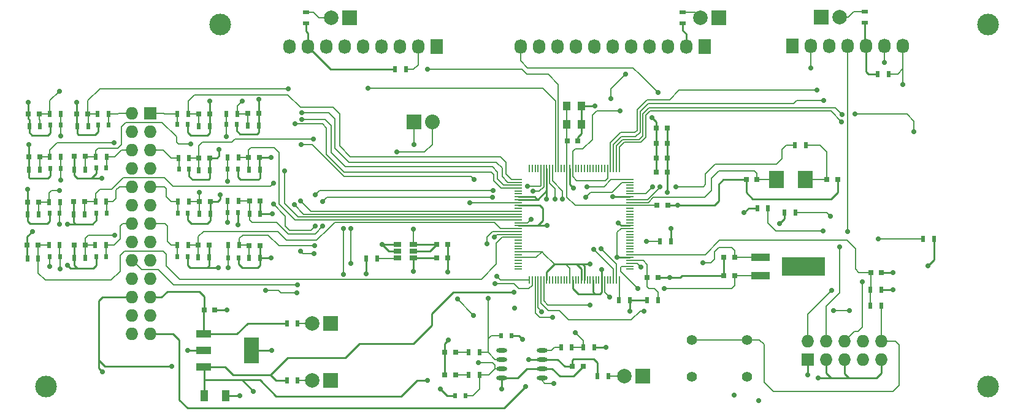
<source format=gtl>
G04 #@! TF.FileFunction,Copper,L1,Top,Signal*
%FSLAX46Y46*%
G04 Gerber Fmt 4.6, Leading zero omitted, Abs format (unit mm)*
G04 Created by KiCad (PCBNEW 4.0.2-stable) date 7/12/2016 4:32:09 PM*
%MOMM*%
G01*
G04 APERTURE LIST*
%ADD10C,0.100000*%
%ADD11R,0.800000X0.750000*%
%ADD12R,1.000000X1.600000*%
%ADD13R,1.000000X1.250000*%
%ADD14R,0.600000X0.700000*%
%ADD15R,2.000000X2.000000*%
%ADD16C,2.000000*%
%ADD17R,0.500000X0.900000*%
%ADD18R,0.900000X0.500000*%
%ADD19C,1.397000*%
%ADD20R,2.032000X3.657600*%
%ADD21R,2.032000X1.016000*%
%ADD22R,1.060000X0.650000*%
%ADD23O,1.473200X0.609600*%
%ADD24R,1.727200X2.032000*%
%ADD25O,1.727200X2.032000*%
%ADD26R,6.000000X2.500000*%
%ADD27R,2.500000X1.000000*%
%ADD28R,2.000000X2.400000*%
%ADD29C,3.000000*%
%ADD30R,1.000000X0.230000*%
%ADD31R,0.230000X1.000000*%
%ADD32R,1.727200X1.727200*%
%ADD33O,1.727200X1.727200*%
%ADD34R,2.032000X2.032000*%
%ADD35O,2.032000X2.032000*%
%ADD36C,0.700000*%
%ADD37C,0.203200*%
%ADD38C,0.254000*%
G04 APERTURE END LIST*
D10*
D11*
X88430000Y-105350000D03*
X86930000Y-105350000D03*
X104210000Y-93260000D03*
X105710000Y-93260000D03*
X88880000Y-93320000D03*
X87380000Y-93320000D03*
X111190000Y-105340000D03*
X112690000Y-105340000D03*
X110970000Y-93220000D03*
X112470000Y-93220000D03*
X82050000Y-105440000D03*
X80550000Y-105440000D03*
X82150000Y-93280000D03*
X80650000Y-93280000D03*
X104130000Y-111400000D03*
X105630000Y-111400000D03*
X104910000Y-120390000D03*
X106410000Y-120390000D03*
X178190000Y-115650000D03*
X176690000Y-115650000D03*
X166080000Y-115850000D03*
X167580000Y-115850000D03*
X178200000Y-113110000D03*
X176700000Y-113110000D03*
X167370000Y-101300000D03*
X168870000Y-101300000D03*
X155040000Y-96990000D03*
X156540000Y-96990000D03*
D12*
X104920000Y-132270000D03*
X107920000Y-132270000D03*
D11*
X181270000Y-102380000D03*
X179770000Y-102380000D03*
X167370000Y-95250000D03*
X168870000Y-95250000D03*
D13*
X155030000Y-94750000D03*
X157030000Y-94750000D03*
D11*
X104210000Y-99370000D03*
X105710000Y-99370000D03*
X167370000Y-97340000D03*
X168870000Y-97340000D03*
D13*
X155030000Y-92210000D03*
X157030000Y-92210000D03*
D11*
X190910000Y-102360000D03*
X192410000Y-102360000D03*
X167360000Y-99360000D03*
X168860000Y-99360000D03*
X88500000Y-111390000D03*
X87000000Y-111390000D03*
X88520000Y-99140000D03*
X87020000Y-99140000D03*
X137080000Y-111300000D03*
X138580000Y-111300000D03*
X137080000Y-113210000D03*
X138580000Y-113210000D03*
X111170000Y-111470000D03*
X112670000Y-111470000D03*
X111080000Y-99270000D03*
X112580000Y-99270000D03*
X82020000Y-111420000D03*
X80520000Y-111420000D03*
X139660000Y-126230000D03*
X138160000Y-126230000D03*
X155750000Y-128200000D03*
X157250000Y-128200000D03*
X82260000Y-99230000D03*
X80760000Y-99230000D03*
X139670000Y-129310000D03*
X138170000Y-129310000D03*
X104260000Y-105350000D03*
X105760000Y-105350000D03*
X196950000Y-115200000D03*
X198450000Y-115200000D03*
D14*
X90080000Y-106970000D03*
X91480000Y-106970000D03*
X102660000Y-94760000D03*
X101260000Y-94760000D03*
X90340000Y-94830000D03*
X91740000Y-94830000D03*
X109570000Y-106950000D03*
X108170000Y-106950000D03*
X109430000Y-94760000D03*
X108030000Y-94760000D03*
X83610000Y-107030000D03*
X85010000Y-107030000D03*
D15*
X122420000Y-122240000D03*
D16*
X119880000Y-122240000D03*
D14*
X83710000Y-94790000D03*
X85110000Y-94790000D03*
X102630000Y-112970000D03*
X101230000Y-112970000D03*
D15*
X122420000Y-130150000D03*
D16*
X119880000Y-130150000D03*
D14*
X102860000Y-100920000D03*
X101460000Y-100920000D03*
X90020000Y-112980000D03*
X91420000Y-112980000D03*
X90040000Y-100770000D03*
X91440000Y-100770000D03*
X109650000Y-113150000D03*
X108250000Y-113150000D03*
X109570000Y-100870000D03*
X108170000Y-100870000D03*
X83620000Y-113010000D03*
X85020000Y-113010000D03*
X83710000Y-100840000D03*
X85110000Y-100840000D03*
X102700000Y-106990000D03*
X101300000Y-106990000D03*
D15*
X190140000Y-79920000D03*
D16*
X192680000Y-79920000D03*
D15*
X125000000Y-80000000D03*
D16*
X122460000Y-80000000D03*
D15*
X176000000Y-80000000D03*
D16*
X173460000Y-80000000D03*
D17*
X88430000Y-107200000D03*
X86930000Y-107200000D03*
X104210000Y-95010000D03*
X105710000Y-95010000D03*
X91440000Y-105350000D03*
X89940000Y-105350000D03*
X101210000Y-93260000D03*
X102710000Y-93260000D03*
X88950000Y-94980000D03*
X87450000Y-94980000D03*
X111180000Y-107070000D03*
X112680000Y-107070000D03*
X91740000Y-93320000D03*
X90240000Y-93320000D03*
X108170000Y-105310000D03*
X109670000Y-105310000D03*
X110990000Y-94900000D03*
X112490000Y-94900000D03*
X82050000Y-107190000D03*
X80550000Y-107190000D03*
X108000000Y-93240000D03*
X109500000Y-93240000D03*
X85020000Y-105440000D03*
X83520000Y-105440000D03*
X82280000Y-95010000D03*
X80780000Y-95010000D03*
X116360000Y-122210000D03*
X117860000Y-122210000D03*
X85100000Y-93280000D03*
X83600000Y-93280000D03*
X104130000Y-113090000D03*
X105630000Y-113090000D03*
X101220000Y-111400000D03*
X102720000Y-111400000D03*
X162220000Y-118980000D03*
X163720000Y-118980000D03*
X167580000Y-118980000D03*
X166080000Y-118980000D03*
X116360000Y-130150000D03*
X117860000Y-130150000D03*
X104210000Y-101040000D03*
X105710000Y-101040000D03*
X187970000Y-97570000D03*
X186470000Y-97570000D03*
X101370000Y-99370000D03*
X102870000Y-99370000D03*
X127310000Y-113260000D03*
X128810000Y-113260000D03*
X88540000Y-113180000D03*
X87040000Y-113180000D03*
X91420000Y-111390000D03*
X89920000Y-111390000D03*
X88520000Y-100960000D03*
X87020000Y-100960000D03*
X91450000Y-99170000D03*
X89950000Y-99170000D03*
X111140000Y-113210000D03*
X112640000Y-113210000D03*
X108250000Y-111440000D03*
X109750000Y-111440000D03*
X157290000Y-125500000D03*
X158790000Y-125500000D03*
X154200000Y-125500000D03*
X155700000Y-125500000D03*
X111120000Y-101000000D03*
X112620000Y-101000000D03*
X108180000Y-99280000D03*
X109680000Y-99280000D03*
X82040000Y-113250000D03*
X80540000Y-113250000D03*
X85010000Y-111440000D03*
X83510000Y-111440000D03*
X142940000Y-126230000D03*
X141440000Y-126230000D03*
X142930000Y-129320000D03*
X141430000Y-129320000D03*
X82260000Y-101020000D03*
X80760000Y-101020000D03*
X85100000Y-99210000D03*
X83600000Y-99210000D03*
X197940000Y-87750000D03*
X199440000Y-87750000D03*
X104290000Y-107070000D03*
X105790000Y-107070000D03*
X101300000Y-105370000D03*
X102800000Y-105370000D03*
D18*
X196140000Y-79170000D03*
X196140000Y-80670000D03*
D17*
X132770000Y-87130000D03*
X131270000Y-87130000D03*
D18*
X119000000Y-79250000D03*
X119000000Y-80750000D03*
D17*
X196930000Y-119790000D03*
X198430000Y-119790000D03*
X198440000Y-117620000D03*
X196940000Y-117620000D03*
D18*
X171000000Y-80750000D03*
X171000000Y-79250000D03*
D19*
X179910000Y-124490000D03*
X179910000Y-129570000D03*
X172290000Y-124490000D03*
X172290000Y-129570000D03*
D20*
X111502000Y-125970000D03*
D21*
X104898000Y-125970000D03*
X104898000Y-128256000D03*
X104898000Y-123684000D03*
D22*
X131650000Y-111310000D03*
X131650000Y-112260000D03*
X131650000Y-113210000D03*
X133850000Y-113210000D03*
X133850000Y-111310000D03*
X133850000Y-112260000D03*
D23*
X151564000Y-129735000D03*
X151564000Y-128465000D03*
X151564000Y-127195000D03*
X151564000Y-125925000D03*
X145976000Y-125925000D03*
X145976000Y-127195000D03*
X145976000Y-128465000D03*
X145976000Y-129735000D03*
D24*
X186140000Y-83920000D03*
D25*
X188680000Y-83920000D03*
X191220000Y-83920000D03*
X193760000Y-83920000D03*
X196300000Y-83920000D03*
X198840000Y-83920000D03*
X201380000Y-83920000D03*
D24*
X137000000Y-84000000D03*
D25*
X134460000Y-84000000D03*
X131920000Y-84000000D03*
X129380000Y-84000000D03*
X126840000Y-84000000D03*
X124300000Y-84000000D03*
X121760000Y-84000000D03*
X119220000Y-84000000D03*
X116680000Y-84000000D03*
D24*
X174000000Y-84000000D03*
D25*
X171460000Y-84000000D03*
X168920000Y-84000000D03*
X166380000Y-84000000D03*
X163840000Y-84000000D03*
X161300000Y-84000000D03*
X158760000Y-84000000D03*
X156220000Y-84000000D03*
X153680000Y-84000000D03*
X151140000Y-84000000D03*
X148600000Y-84000000D03*
D26*
X187710000Y-114390000D03*
D27*
X181710000Y-113120000D03*
X181710000Y-115660000D03*
D28*
X183940000Y-102370000D03*
X187940000Y-102370000D03*
D29*
X107140000Y-80920000D03*
X83140000Y-130920000D03*
X213140000Y-130920000D03*
X213140000Y-80920000D03*
D30*
X148330000Y-102330000D03*
X148330000Y-102730000D03*
X148330000Y-103130000D03*
X148330000Y-103530000D03*
X148330000Y-103930000D03*
X148330000Y-104330000D03*
X148330000Y-104730000D03*
X148330000Y-105130000D03*
X148330000Y-105530000D03*
X148330000Y-105930000D03*
X148330000Y-106330000D03*
X148330000Y-106730000D03*
X148330000Y-107130000D03*
X148330000Y-107530000D03*
X148330000Y-107930000D03*
X148330000Y-108330000D03*
X148330000Y-108730000D03*
X148330000Y-109130000D03*
X148330000Y-109530000D03*
X148330000Y-109930000D03*
X148330000Y-110330000D03*
X148330000Y-110730000D03*
X148330000Y-111130000D03*
X148330000Y-111530000D03*
X148330000Y-111930000D03*
X148330000Y-112330000D03*
X148330000Y-112730000D03*
X148330000Y-113130000D03*
X148330000Y-113530000D03*
X148330000Y-113930000D03*
X148330000Y-114330000D03*
X148330000Y-114730000D03*
D31*
X149830000Y-116230000D03*
X150230000Y-116230000D03*
X150630000Y-116230000D03*
X151030000Y-116230000D03*
X151430000Y-116230000D03*
X151830000Y-116230000D03*
X152230000Y-116230000D03*
X152630000Y-116230000D03*
X153030000Y-116230000D03*
X153430000Y-116230000D03*
X153830000Y-116230000D03*
X154230000Y-116230000D03*
X154630000Y-116230000D03*
X155030000Y-116230000D03*
X155430000Y-116230000D03*
X155830000Y-116230000D03*
X156230000Y-116230000D03*
X156630000Y-116230000D03*
X157030000Y-116230000D03*
X157430000Y-116230000D03*
X157830000Y-116230000D03*
X158230000Y-116230000D03*
X158630000Y-116230000D03*
X159030000Y-116230000D03*
X159430000Y-116230000D03*
X159830000Y-116230000D03*
X160230000Y-116230000D03*
X160630000Y-116230000D03*
X161030000Y-116230000D03*
X161430000Y-116230000D03*
X161830000Y-116230000D03*
X162230000Y-116230000D03*
D30*
X163730000Y-114730000D03*
X163730000Y-114330000D03*
X163730000Y-113930000D03*
X163730000Y-113530000D03*
X163730000Y-113130000D03*
X163730000Y-112730000D03*
X163730000Y-112330000D03*
X163730000Y-111930000D03*
X163730000Y-111530000D03*
X163730000Y-111130000D03*
X163730000Y-110730000D03*
X163730000Y-110330000D03*
X163730000Y-109930000D03*
X163730000Y-109530000D03*
X163730000Y-109130000D03*
X163730000Y-108730000D03*
X163730000Y-108330000D03*
X163730000Y-107930000D03*
X163730000Y-107530000D03*
X163730000Y-107130000D03*
X163730000Y-106730000D03*
X163730000Y-106330000D03*
X163730000Y-105930000D03*
X163730000Y-105530000D03*
X163730000Y-105130000D03*
X163730000Y-104730000D03*
X163730000Y-104330000D03*
X163730000Y-103930000D03*
X163730000Y-103530000D03*
X163730000Y-103130000D03*
X163730000Y-102730000D03*
X163730000Y-102330000D03*
D31*
X162230000Y-100830000D03*
X161830000Y-100830000D03*
X161430000Y-100830000D03*
X161030000Y-100830000D03*
X160630000Y-100830000D03*
X160230000Y-100830000D03*
X159830000Y-100830000D03*
X159430000Y-100830000D03*
X159030000Y-100830000D03*
X158630000Y-100830000D03*
X158230000Y-100830000D03*
X157830000Y-100830000D03*
X157430000Y-100830000D03*
X157030000Y-100830000D03*
X156630000Y-100830000D03*
X156230000Y-100830000D03*
X155830000Y-100830000D03*
X155430000Y-100830000D03*
X155030000Y-100830000D03*
X154630000Y-100830000D03*
X154230000Y-100830000D03*
X153830000Y-100830000D03*
X153430000Y-100830000D03*
X153030000Y-100830000D03*
X152630000Y-100830000D03*
X152230000Y-100830000D03*
X151830000Y-100830000D03*
X151430000Y-100830000D03*
X151030000Y-100830000D03*
X150630000Y-100830000D03*
X150230000Y-100830000D03*
X149830000Y-100830000D03*
D11*
X167440000Y-105930000D03*
X168940000Y-105930000D03*
D32*
X97536000Y-93218000D03*
D33*
X94996000Y-93218000D03*
X97536000Y-95758000D03*
X94996000Y-95758000D03*
X97536000Y-98298000D03*
X94996000Y-98298000D03*
X97536000Y-100838000D03*
X94996000Y-100838000D03*
X97536000Y-103378000D03*
X94996000Y-103378000D03*
X97536000Y-105918000D03*
X94996000Y-105918000D03*
X97536000Y-108458000D03*
X94996000Y-108458000D03*
X97536000Y-110998000D03*
X94996000Y-110998000D03*
X97536000Y-113538000D03*
X94996000Y-113538000D03*
X97536000Y-116078000D03*
X94996000Y-116078000D03*
X97536000Y-118618000D03*
X94996000Y-118618000D03*
X97536000Y-121158000D03*
X94996000Y-121158000D03*
X97536000Y-123698000D03*
X94996000Y-123698000D03*
D14*
X139580000Y-132210000D03*
X140980000Y-132210000D03*
X147370000Y-123890000D03*
X145970000Y-123890000D03*
D15*
X165500000Y-129500000D03*
D16*
X162960000Y-129500000D03*
D17*
X159250000Y-129500000D03*
X160750000Y-129500000D03*
D32*
X188270000Y-127260000D03*
D33*
X188270000Y-124720000D03*
X190810000Y-127260000D03*
X190810000Y-124720000D03*
X193350000Y-127260000D03*
X193350000Y-124720000D03*
X195890000Y-127260000D03*
X195890000Y-124720000D03*
X198430000Y-127260000D03*
X198430000Y-124720000D03*
D17*
X167850000Y-110870000D03*
X169350000Y-110870000D03*
D34*
X133880000Y-94410000D03*
D35*
X136420000Y-94410000D03*
D17*
X181300000Y-106310000D03*
X182800000Y-106310000D03*
X185030000Y-106940000D03*
X186530000Y-106940000D03*
X205690000Y-110570000D03*
X204190000Y-110570000D03*
D36*
X118260000Y-105340000D03*
X114500000Y-102840000D03*
X169350000Y-109140000D03*
X189730000Y-129760000D03*
X90910000Y-128930000D03*
X181480000Y-132930000D03*
X148910000Y-124430000D03*
X137530000Y-131290000D03*
X100480000Y-128160000D03*
X102630000Y-125970000D03*
X147750000Y-120160000D03*
X86110000Y-108490000D03*
X86050000Y-114160000D03*
X145980000Y-131330000D03*
X83620000Y-114340000D03*
X109570000Y-108630000D03*
X152260000Y-108730000D03*
X129490000Y-111310000D03*
X138580000Y-115090000D03*
X200060000Y-115200000D03*
X170340000Y-105930000D03*
X169240000Y-115850000D03*
X81230000Y-109520000D03*
X80550000Y-103680000D03*
X80760000Y-97520000D03*
X90810000Y-102170000D03*
X80650000Y-91680000D03*
X87380000Y-91680000D03*
X114200000Y-113210000D03*
X106920000Y-114520000D03*
X114370000Y-107070000D03*
X107110000Y-104440000D03*
X106990000Y-98210000D03*
X114210000Y-99270000D03*
X112470000Y-91280000D03*
X105710000Y-91530000D03*
X160380000Y-125500000D03*
X138620000Y-124560000D03*
X114240000Y-125970000D03*
X108050000Y-120390000D03*
X109890000Y-132270000D03*
X162120000Y-108330000D03*
X168870000Y-104120000D03*
X155940000Y-103510000D03*
X158890000Y-92210000D03*
X159830000Y-114760000D03*
X118400000Y-93120000D03*
X116540000Y-89790000D03*
X150330000Y-103970000D03*
X144770000Y-104810000D03*
X121330000Y-108810000D03*
X121330000Y-105370000D03*
X118430000Y-94050000D03*
X110180000Y-91520000D03*
X144790000Y-103880000D03*
X149600000Y-103300000D03*
X85000000Y-103840000D03*
X114480000Y-105750000D03*
X120240000Y-108780000D03*
X120250000Y-104470000D03*
X84940000Y-90120000D03*
X117450000Y-94660000D03*
X149750000Y-127200000D03*
X149280000Y-130980000D03*
X164810000Y-117390000D03*
X168410000Y-117390000D03*
X165200000Y-114410000D03*
X173760000Y-113870000D03*
X179470000Y-106940000D03*
X184340000Y-108460000D03*
X204830000Y-114280000D03*
X188270000Y-129360000D03*
X135730000Y-130120000D03*
X178100000Y-132120000D03*
X111760000Y-131600000D03*
X147710000Y-117960000D03*
X133850000Y-115010000D03*
X150040000Y-107820000D03*
X127310000Y-115410000D03*
X166790000Y-93770000D03*
X162380000Y-92830000D03*
X200010000Y-117620000D03*
X163720000Y-120510000D03*
X161320000Y-104730000D03*
X161970000Y-113130000D03*
X158210000Y-114040000D03*
X152230000Y-105040000D03*
X153390000Y-105050000D03*
X119980000Y-96740000D03*
X143960000Y-111240000D03*
X120140000Y-112550000D03*
X118280000Y-112270000D03*
X92560000Y-110030000D03*
X103120000Y-97430000D03*
X118350000Y-97480000D03*
X142240000Y-102310000D03*
X154400000Y-105060000D03*
X133850000Y-109240000D03*
X141640000Y-105540000D03*
X120170000Y-111500000D03*
X144960000Y-110340000D03*
X92480000Y-97300000D03*
X116050000Y-101160000D03*
X104240000Y-104090000D03*
X117380000Y-105840000D03*
X108170000Y-108300000D03*
X108030000Y-96430000D03*
X85010000Y-108500000D03*
X85110000Y-96350000D03*
X108250000Y-114570000D03*
X108170000Y-102580000D03*
X85020000Y-114670000D03*
X85110000Y-102410000D03*
X170020000Y-103340000D03*
X167850000Y-103340000D03*
X117800000Y-116870000D03*
X144110000Y-118790000D03*
X113450000Y-117670000D03*
X117730000Y-118000000D03*
X142830000Y-127650000D03*
X139900000Y-118880000D03*
X142160000Y-121140000D03*
X201380000Y-89200000D03*
X151550000Y-120590000D03*
X193760000Y-109580000D03*
X153030000Y-121390000D03*
X165680000Y-120510000D03*
X191820000Y-120480000D03*
X193990000Y-120480000D03*
X198840000Y-86130000D03*
X158190000Y-119680000D03*
X188680000Y-86920000D03*
X158740000Y-111980000D03*
X161070000Y-91140000D03*
X163090000Y-87760000D03*
X159740000Y-111940000D03*
X166830000Y-103380000D03*
X167620000Y-90340000D03*
X197990000Y-110570000D03*
X192960000Y-94370000D03*
X195800000Y-116460000D03*
X202900000Y-95720000D03*
X194810000Y-93310000D03*
X192980000Y-93330000D03*
X190400000Y-109420000D03*
X191600000Y-117650000D03*
X190480000Y-91440000D03*
X191410000Y-107450000D03*
X189500000Y-90020000D03*
X192700000Y-111620000D03*
X135780000Y-87110000D03*
X127550000Y-89720000D03*
X166010000Y-110860000D03*
X160900000Y-118630000D03*
X145350000Y-115760000D03*
X133870000Y-97480000D03*
X125150000Y-109130000D03*
X125150000Y-113980000D03*
X145090000Y-116770000D03*
X131520000Y-98560000D03*
X124160000Y-109140000D03*
X124160000Y-115480000D03*
X157610000Y-104780000D03*
X156180000Y-123540000D03*
X157770000Y-103330000D03*
X153230000Y-130530000D03*
D37*
X89940000Y-105350000D02*
X89940000Y-104270000D01*
X146240000Y-106730000D02*
X148330000Y-106730000D01*
X119650000Y-106730000D02*
X146240000Y-106730000D01*
X118260000Y-105340000D02*
X119650000Y-106730000D01*
X114100000Y-103240000D02*
X114500000Y-102840000D01*
X100640000Y-103240000D02*
X114100000Y-103240000D01*
X99460000Y-102060000D02*
X100640000Y-103240000D01*
X93750000Y-102060000D02*
X99460000Y-102060000D01*
X92150000Y-103660000D02*
X93750000Y-102060000D01*
X90550000Y-103660000D02*
X92150000Y-103660000D01*
X89940000Y-104270000D02*
X90550000Y-103660000D01*
X88430000Y-107200000D02*
X88430000Y-105350000D01*
X89940000Y-105350000D02*
X88430000Y-105350000D01*
D38*
X169350000Y-110870000D02*
X169350000Y-109140000D01*
X191510000Y-129760000D02*
X189730000Y-129760000D01*
X193350000Y-127260000D02*
X193350000Y-129180000D01*
X193350000Y-129180000D02*
X193930000Y-129760000D01*
X190810000Y-127260000D02*
X190810000Y-129060000D01*
X198430000Y-129100000D02*
X198430000Y-127260000D01*
X197770000Y-129760000D02*
X198430000Y-129100000D01*
X191510000Y-129760000D02*
X193930000Y-129760000D01*
X193930000Y-129760000D02*
X197770000Y-129760000D01*
X190810000Y-129060000D02*
X191510000Y-129760000D01*
X90370000Y-127330000D02*
X90370000Y-128390000D01*
X90370000Y-128390000D02*
X90910000Y-128930000D01*
X147370000Y-123890000D02*
X148370000Y-123890000D01*
X148370000Y-123890000D02*
X148910000Y-124430000D01*
X139580000Y-132210000D02*
X138450000Y-132210000D01*
X138450000Y-132210000D02*
X137530000Y-131290000D01*
X90370000Y-119180000D02*
X90370000Y-127330000D01*
X90370000Y-127330000D02*
X91200000Y-128160000D01*
X91200000Y-128160000D02*
X100480000Y-128160000D01*
X104898000Y-125970000D02*
X102630000Y-125970000D01*
X90892000Y-118618000D02*
X94996000Y-118618000D01*
X90370000Y-119140000D02*
X90892000Y-118618000D01*
X87200000Y-108490000D02*
X86110000Y-108490000D01*
X90080000Y-106970000D02*
X90080000Y-107970000D01*
X86930000Y-108220000D02*
X86930000Y-107200000D01*
X87200000Y-108490000D02*
X86930000Y-108220000D01*
X89560000Y-108490000D02*
X87200000Y-108490000D01*
X90080000Y-107970000D02*
X89560000Y-108490000D01*
X87440000Y-114600000D02*
X86490000Y-114600000D01*
X86490000Y-114600000D02*
X86050000Y-114160000D01*
X145976000Y-129735000D02*
X145976000Y-131326000D01*
X145976000Y-131326000D02*
X145980000Y-131330000D01*
D37*
X83620000Y-113010000D02*
X83620000Y-114340000D01*
D38*
X109570000Y-108630000D02*
X109570000Y-107830000D01*
X109570000Y-107830000D02*
X109570000Y-106950000D01*
X150970000Y-108730000D02*
X152260000Y-108730000D01*
X149540000Y-108730000D02*
X150970000Y-108730000D01*
X148330000Y-108730000D02*
X149540000Y-108730000D01*
X149560000Y-105930000D02*
X148330000Y-105930000D01*
X151260000Y-105930000D02*
X149560000Y-105930000D01*
X151650000Y-106320000D02*
X151260000Y-105930000D01*
X151650000Y-108050000D02*
X151650000Y-106320000D01*
X150970000Y-108730000D02*
X151650000Y-108050000D01*
X131650000Y-112260000D02*
X130440000Y-112260000D01*
X129490000Y-111310000D02*
X131650000Y-111310000D01*
X130440000Y-112260000D02*
X129490000Y-111310000D01*
X138580000Y-113210000D02*
X138580000Y-115090000D01*
X138580000Y-111300000D02*
X138580000Y-113210000D01*
X198450000Y-115200000D02*
X200060000Y-115200000D01*
X179770000Y-102380000D02*
X179770000Y-104120000D01*
X192410000Y-104120000D02*
X192410000Y-102360000D01*
X191520000Y-105010000D02*
X192410000Y-104120000D01*
X180660000Y-105010000D02*
X191520000Y-105010000D01*
X179770000Y-104120000D02*
X180660000Y-105010000D01*
X179770000Y-102380000D02*
X176590000Y-102380000D01*
X170340000Y-105930000D02*
X168940000Y-105930000D01*
X175360000Y-105930000D02*
X170340000Y-105930000D01*
X175950000Y-105340000D02*
X175360000Y-105930000D01*
X175950000Y-103020000D02*
X175950000Y-105340000D01*
X176590000Y-102380000D02*
X175950000Y-103020000D01*
X176690000Y-115650000D02*
X170870000Y-115650000D01*
X169240000Y-115850000D02*
X167580000Y-115850000D01*
X170670000Y-115850000D02*
X169240000Y-115850000D01*
X170870000Y-115650000D02*
X170670000Y-115850000D01*
X176690000Y-115650000D02*
X176690000Y-113120000D01*
X176690000Y-113120000D02*
X176700000Y-113110000D01*
X80520000Y-111420000D02*
X80520000Y-110230000D01*
X80520000Y-110230000D02*
X81230000Y-109520000D01*
X80520000Y-111420000D02*
X80520000Y-113230000D01*
X80520000Y-113230000D02*
X80540000Y-113250000D01*
X87000000Y-111390000D02*
X87000000Y-113140000D01*
X87000000Y-113140000D02*
X87040000Y-113180000D01*
X87040000Y-113180000D02*
X87040000Y-114200000D01*
X90020000Y-114210000D02*
X90020000Y-112980000D01*
X89630000Y-114600000D02*
X90020000Y-114210000D01*
X87440000Y-114600000D02*
X89630000Y-114600000D01*
X87040000Y-114200000D02*
X87440000Y-114600000D01*
X80550000Y-105440000D02*
X80550000Y-103680000D01*
X80550000Y-105440000D02*
X80550000Y-107190000D01*
X83610000Y-107030000D02*
X83610000Y-108080000D01*
X80550000Y-108100000D02*
X80550000Y-107190000D01*
X80900000Y-108450000D02*
X80550000Y-108100000D01*
X83240000Y-108450000D02*
X80900000Y-108450000D01*
X83610000Y-108080000D02*
X83240000Y-108450000D01*
X86930000Y-105350000D02*
X86930000Y-107200000D01*
X80760000Y-99230000D02*
X80760000Y-97520000D01*
X80760000Y-99230000D02*
X80760000Y-101020000D01*
X83710000Y-100840000D02*
X83710000Y-101850000D01*
X80760000Y-102050000D02*
X80760000Y-101020000D01*
X80920000Y-102210000D02*
X80760000Y-102050000D01*
X83350000Y-102210000D02*
X80920000Y-102210000D01*
X83710000Y-101850000D02*
X83350000Y-102210000D01*
X89390000Y-102170000D02*
X90810000Y-102170000D01*
X87020000Y-99140000D02*
X87020000Y-100960000D01*
X90040000Y-100770000D02*
X90040000Y-101520000D01*
X87020000Y-101780000D02*
X87020000Y-100960000D01*
X87410000Y-102170000D02*
X87020000Y-101780000D01*
X89390000Y-102170000D02*
X87410000Y-102170000D01*
X90040000Y-101520000D02*
X89390000Y-102170000D01*
X80650000Y-93280000D02*
X80650000Y-91680000D01*
X87380000Y-93320000D02*
X87380000Y-91680000D01*
X87380000Y-93320000D02*
X87380000Y-94910000D01*
X87380000Y-94910000D02*
X87450000Y-94980000D01*
X90340000Y-94830000D02*
X90340000Y-95720000D01*
X87450000Y-95980000D02*
X87450000Y-94980000D01*
X87610000Y-96140000D02*
X87450000Y-95980000D01*
X89920000Y-96140000D02*
X87610000Y-96140000D01*
X90340000Y-95720000D02*
X89920000Y-96140000D01*
X112640000Y-113210000D02*
X114200000Y-113210000D01*
X109650000Y-113150000D02*
X109650000Y-114030000D01*
X112640000Y-114190000D02*
X112640000Y-113210000D01*
X112290000Y-114540000D02*
X112640000Y-114190000D01*
X110160000Y-114540000D02*
X112290000Y-114540000D01*
X109650000Y-114030000D02*
X110160000Y-114540000D01*
X112670000Y-111470000D02*
X112670000Y-113180000D01*
X112670000Y-113180000D02*
X112640000Y-113210000D01*
X105400000Y-114520000D02*
X106920000Y-114520000D01*
X102630000Y-112970000D02*
X102630000Y-114180000D01*
X105630000Y-114290000D02*
X105630000Y-113090000D01*
X105400000Y-114520000D02*
X105630000Y-114290000D01*
X102970000Y-114520000D02*
X105400000Y-114520000D01*
X102630000Y-114180000D02*
X102970000Y-114520000D01*
X105630000Y-111400000D02*
X105630000Y-113090000D01*
X112680000Y-107070000D02*
X114370000Y-107070000D01*
X112690000Y-105340000D02*
X112690000Y-107060000D01*
X112690000Y-107060000D02*
X112680000Y-107070000D01*
X105760000Y-105350000D02*
X106800000Y-105350000D01*
X107110000Y-105040000D02*
X107110000Y-104440000D01*
X106800000Y-105350000D02*
X107110000Y-105040000D01*
X102700000Y-106990000D02*
X102700000Y-107970000D01*
X105790000Y-108050000D02*
X105790000Y-107070000D01*
X105380000Y-108460000D02*
X105790000Y-108050000D01*
X103190000Y-108460000D02*
X105380000Y-108460000D01*
X102700000Y-107970000D02*
X103190000Y-108460000D01*
X105760000Y-105350000D02*
X105760000Y-107040000D01*
X105760000Y-107040000D02*
X105790000Y-107070000D01*
X105710000Y-99370000D02*
X106690000Y-99370000D01*
X106990000Y-99070000D02*
X106990000Y-98210000D01*
X106690000Y-99370000D02*
X106990000Y-99070000D01*
X112580000Y-99270000D02*
X114210000Y-99270000D01*
X109570000Y-100870000D02*
X109570000Y-102000000D01*
X112620000Y-102150000D02*
X112620000Y-101000000D01*
X112430000Y-102340000D02*
X112620000Y-102150000D01*
X109910000Y-102340000D02*
X112430000Y-102340000D01*
X109570000Y-102000000D02*
X109910000Y-102340000D01*
X112580000Y-99270000D02*
X112580000Y-100960000D01*
X112580000Y-100960000D02*
X112620000Y-101000000D01*
X112470000Y-93220000D02*
X112470000Y-91280000D01*
X105710000Y-93260000D02*
X105710000Y-91530000D01*
X105710000Y-99370000D02*
X105710000Y-101040000D01*
X102860000Y-100920000D02*
X102860000Y-101930000D01*
X105710000Y-102170000D02*
X105710000Y-101040000D01*
X105510000Y-102370000D02*
X105710000Y-102170000D01*
X103300000Y-102370000D02*
X105510000Y-102370000D01*
X102860000Y-101930000D02*
X103300000Y-102370000D01*
X109430000Y-94760000D02*
X109430000Y-95610000D01*
X112490000Y-95800000D02*
X112490000Y-94900000D01*
X112210000Y-96080000D02*
X112490000Y-95800000D01*
X109900000Y-96080000D02*
X112210000Y-96080000D01*
X109430000Y-95610000D02*
X109900000Y-96080000D01*
X112470000Y-93220000D02*
X112470000Y-94880000D01*
X112470000Y-94880000D02*
X112490000Y-94900000D01*
X102660000Y-94760000D02*
X102660000Y-95820000D01*
X105710000Y-95940000D02*
X105710000Y-95010000D01*
X105410000Y-96240000D02*
X105710000Y-95940000D01*
X103080000Y-96240000D02*
X105410000Y-96240000D01*
X102660000Y-95820000D02*
X103080000Y-96240000D01*
X105710000Y-93260000D02*
X105710000Y-94000000D01*
X105710000Y-94000000D02*
X105710000Y-95010000D01*
X80780000Y-95010000D02*
X80780000Y-95860000D01*
X83710000Y-95900000D02*
X83710000Y-94790000D01*
X83400000Y-96210000D02*
X83710000Y-95900000D01*
X81130000Y-96210000D02*
X83400000Y-96210000D01*
X80780000Y-95860000D02*
X81130000Y-96210000D01*
X80650000Y-93280000D02*
X80650000Y-93950000D01*
X80780000Y-94080000D02*
X80780000Y-95010000D01*
X80650000Y-93950000D02*
X80780000Y-94080000D01*
X158790000Y-125500000D02*
X160380000Y-125500000D01*
X138160000Y-126230000D02*
X138160000Y-125020000D01*
X138160000Y-125020000D02*
X138620000Y-124560000D01*
X138160000Y-126230000D02*
X138160000Y-129300000D01*
X138160000Y-129300000D02*
X138170000Y-129310000D01*
X145976000Y-129735000D02*
X148245000Y-129735000D01*
X149515000Y-128465000D02*
X151564000Y-128465000D01*
X148245000Y-129735000D02*
X149515000Y-128465000D01*
X151564000Y-128465000D02*
X152995000Y-128465000D01*
X155910000Y-129540000D02*
X157250000Y-128200000D01*
X154070000Y-129540000D02*
X155910000Y-129540000D01*
X152995000Y-128465000D02*
X154070000Y-129540000D01*
X111502000Y-125970000D02*
X114240000Y-125970000D01*
X106410000Y-120390000D02*
X108050000Y-120390000D01*
X107920000Y-132270000D02*
X109890000Y-132270000D01*
X168870000Y-101300000D02*
X168870000Y-104120000D01*
X162520000Y-108730000D02*
X162120000Y-108330000D01*
X162520000Y-108730000D02*
X163730000Y-108730000D01*
X168870000Y-97340000D02*
X168870000Y-99350000D01*
X168870000Y-99350000D02*
X168860000Y-99360000D01*
X155430000Y-100830000D02*
X155430000Y-103000000D01*
X155430000Y-103000000D02*
X155940000Y-103510000D01*
X157030000Y-92210000D02*
X158890000Y-92210000D01*
X156540000Y-96990000D02*
X156540000Y-96510000D01*
X157030000Y-96020000D02*
X157030000Y-94750000D01*
X156540000Y-96510000D02*
X157030000Y-96020000D01*
X157030000Y-92210000D02*
X157030000Y-94750000D01*
X168860000Y-99360000D02*
X168860000Y-101290000D01*
X168860000Y-101290000D02*
X168870000Y-101300000D01*
X168870000Y-95250000D02*
X168870000Y-97340000D01*
X168870000Y-97340000D02*
X168860000Y-97350000D01*
X168860000Y-101290000D02*
X168870000Y-101300000D01*
X159830000Y-116230000D02*
X159830000Y-114760000D01*
X158630000Y-116230000D02*
X158630000Y-117880000D01*
X158630000Y-117880000D02*
X158960000Y-118210000D01*
X155830000Y-116230000D02*
X155830000Y-117430000D01*
X159830000Y-117960000D02*
X159830000Y-116230000D01*
X159580000Y-118210000D02*
X159830000Y-117960000D01*
X156610000Y-118210000D02*
X158960000Y-118210000D01*
X158960000Y-118210000D02*
X159580000Y-118210000D01*
X155830000Y-117430000D02*
X156610000Y-118210000D01*
D37*
X102710000Y-93260000D02*
X102710000Y-91530000D01*
X147360000Y-102330000D02*
X148330000Y-102330000D01*
X146570000Y-101540000D02*
X147360000Y-102330000D01*
X146570000Y-99970000D02*
X146570000Y-101540000D01*
X145810000Y-99210000D02*
X146570000Y-99970000D01*
X125140000Y-99210000D02*
X145810000Y-99210000D01*
X123650000Y-97720000D02*
X125140000Y-99210000D01*
X123650000Y-93280000D02*
X123650000Y-97720000D01*
X122710000Y-92340000D02*
X123650000Y-93280000D01*
X118210000Y-92340000D02*
X122710000Y-92340000D01*
X116500000Y-90630000D02*
X118210000Y-92340000D01*
X103610000Y-90630000D02*
X116500000Y-90630000D01*
X102710000Y-91530000D02*
X103610000Y-90630000D01*
X104210000Y-95010000D02*
X104210000Y-93260000D01*
X102710000Y-93260000D02*
X104210000Y-93260000D01*
X88880000Y-93320000D02*
X88880000Y-91450000D01*
X146870000Y-102730000D02*
X148330000Y-102730000D01*
X146070000Y-101930000D02*
X146870000Y-102730000D01*
X146070000Y-100750000D02*
X146070000Y-101930000D01*
X145260000Y-99940000D02*
X146070000Y-100750000D01*
X124890000Y-99940000D02*
X145260000Y-99940000D01*
X122990000Y-98040000D02*
X124890000Y-99940000D01*
X122990000Y-93960000D02*
X122990000Y-98040000D01*
X122150000Y-93120000D02*
X122990000Y-93960000D01*
X118400000Y-93120000D02*
X122150000Y-93120000D01*
X90540000Y-89790000D02*
X116540000Y-89790000D01*
X88880000Y-91450000D02*
X90540000Y-89790000D01*
X88950000Y-94980000D02*
X88950000Y-93390000D01*
X88950000Y-93390000D02*
X88880000Y-93320000D01*
X90240000Y-93320000D02*
X88880000Y-93320000D01*
X144770000Y-104810000D02*
X121890000Y-104810000D01*
X151830000Y-103360000D02*
X151220000Y-103970000D01*
X151220000Y-103970000D02*
X150330000Y-103970000D01*
X151830000Y-100830000D02*
X151830000Y-103360000D01*
X111180000Y-107920000D02*
X111180000Y-107070000D01*
X111560000Y-108300000D02*
X111180000Y-107920000D01*
X114950000Y-108300000D02*
X111560000Y-108300000D01*
X116540000Y-109890000D02*
X114950000Y-108300000D01*
X120250000Y-109890000D02*
X116540000Y-109890000D01*
X121330000Y-108810000D02*
X120250000Y-109890000D01*
X121890000Y-104810000D02*
X121330000Y-105370000D01*
X111180000Y-107070000D02*
X111180000Y-105350000D01*
X111180000Y-105350000D02*
X111190000Y-105340000D01*
X111190000Y-105340000D02*
X109700000Y-105340000D01*
X109700000Y-105340000D02*
X109670000Y-105310000D01*
X109500000Y-93240000D02*
X109500000Y-92200000D01*
X146270000Y-103130000D02*
X148330000Y-103130000D01*
X145430000Y-102290000D02*
X146270000Y-103130000D01*
X145430000Y-101290000D02*
X145430000Y-102290000D01*
X144720000Y-100580000D02*
X145430000Y-101290000D01*
X124440000Y-100580000D02*
X144720000Y-100580000D01*
X122470000Y-98610000D02*
X124440000Y-100580000D01*
X122470000Y-94860000D02*
X122470000Y-98610000D01*
X121660000Y-94050000D02*
X122470000Y-94860000D01*
X118430000Y-94050000D02*
X121660000Y-94050000D01*
X109500000Y-92200000D02*
X110180000Y-91520000D01*
X110990000Y-94900000D02*
X110990000Y-93240000D01*
X110990000Y-93240000D02*
X110970000Y-93220000D01*
X109500000Y-93240000D02*
X110950000Y-93240000D01*
X110950000Y-93240000D02*
X110970000Y-93220000D01*
X144790000Y-103880000D02*
X120840000Y-103880000D01*
X151430000Y-100830000D02*
X151430000Y-103200000D01*
X151330000Y-103300000D02*
X149600000Y-103300000D01*
X151430000Y-103200000D02*
X151330000Y-103300000D01*
X83520000Y-104200000D02*
X83520000Y-105440000D01*
X83880000Y-103840000D02*
X83520000Y-104200000D01*
X85000000Y-103840000D02*
X83880000Y-103840000D01*
X116130000Y-107400000D02*
X114480000Y-105750000D01*
X116130000Y-108790000D02*
X116130000Y-107400000D01*
X116700000Y-109360000D02*
X116130000Y-108790000D01*
X119660000Y-109360000D02*
X116700000Y-109360000D01*
X120240000Y-108780000D02*
X119660000Y-109360000D01*
X120840000Y-103880000D02*
X120250000Y-104470000D01*
X82050000Y-105440000D02*
X82050000Y-107190000D01*
X83520000Y-105440000D02*
X82050000Y-105440000D01*
X146170000Y-103530000D02*
X145920000Y-103530000D01*
X148330000Y-103530000D02*
X146170000Y-103530000D01*
X83600000Y-91460000D02*
X83600000Y-93280000D01*
X84940000Y-90120000D02*
X83600000Y-91460000D01*
X121260000Y-94660000D02*
X117450000Y-94660000D01*
X121840000Y-95240000D02*
X121260000Y-94660000D01*
X121840000Y-98870000D02*
X121840000Y-95240000D01*
X124280000Y-101310000D02*
X121840000Y-98870000D01*
X144590000Y-101310000D02*
X124280000Y-101310000D01*
X144920000Y-101640000D02*
X144590000Y-101310000D01*
X144920000Y-102530000D02*
X144920000Y-101640000D01*
X145920000Y-103530000D02*
X144920000Y-102530000D01*
X82150000Y-93280000D02*
X82150000Y-94010000D01*
X82280000Y-94140000D02*
X82280000Y-95010000D01*
X82150000Y-94010000D02*
X82280000Y-94140000D01*
X82150000Y-93280000D02*
X83600000Y-93280000D01*
X146310000Y-109130000D02*
X145870000Y-109130000D01*
X104130000Y-110200000D02*
X104830000Y-109500000D01*
X104830000Y-109500000D02*
X115080000Y-109500000D01*
X115080000Y-109500000D02*
X116330000Y-110750000D01*
X116330000Y-110750000D02*
X120480000Y-110750000D01*
X120480000Y-110750000D02*
X122100000Y-109130000D01*
X148330000Y-109130000D02*
X146310000Y-109130000D01*
X104130000Y-110200000D02*
X104130000Y-111400000D01*
X122946798Y-108283202D02*
X122100000Y-109130000D01*
X145023202Y-108283202D02*
X122946798Y-108283202D01*
X145870000Y-109130000D02*
X145023202Y-108283202D01*
X104130000Y-113090000D02*
X104130000Y-111400000D01*
X102720000Y-111400000D02*
X104130000Y-111400000D01*
D38*
X100668000Y-123698000D02*
X97536000Y-123698000D01*
X101500000Y-124530000D02*
X100668000Y-123698000D01*
X155750000Y-128200000D02*
X155750000Y-127320000D01*
X159250000Y-127680000D02*
X159250000Y-129500000D01*
X158680000Y-127110000D02*
X159250000Y-127680000D01*
X155960000Y-127110000D02*
X158680000Y-127110000D01*
X155750000Y-127320000D02*
X155960000Y-127110000D01*
X104910000Y-119080000D02*
X104910000Y-118490000D01*
X104910000Y-120390000D02*
X104910000Y-119080000D01*
X99052000Y-118618000D02*
X97536000Y-118618000D01*
X99830000Y-117840000D02*
X99052000Y-118618000D01*
X104260000Y-117840000D02*
X99830000Y-117840000D01*
X104910000Y-118490000D02*
X104260000Y-117840000D01*
X101500000Y-132780000D02*
X101500000Y-124530000D01*
X149750000Y-127200000D02*
X149755000Y-127195000D01*
X151564000Y-127195000D02*
X149755000Y-127195000D01*
X146320000Y-133940000D02*
X149280000Y-130980000D01*
X102660000Y-133940000D02*
X146320000Y-133940000D01*
X101500000Y-132780000D02*
X102660000Y-133940000D01*
X104898000Y-123684000D02*
X109466000Y-123684000D01*
X110940000Y-122210000D02*
X116360000Y-122210000D01*
X109466000Y-123684000D02*
X110940000Y-122210000D01*
X155750000Y-128200000D02*
X154730000Y-128200000D01*
X153725000Y-127195000D02*
X151564000Y-127195000D01*
X154730000Y-128200000D02*
X153725000Y-127195000D01*
X104884000Y-123670000D02*
X104898000Y-123684000D01*
X104898000Y-123684000D02*
X104898000Y-120402000D01*
X104898000Y-120402000D02*
X104910000Y-120390000D01*
X131270000Y-87130000D02*
X122350000Y-87130000D01*
X122350000Y-87130000D02*
X119220000Y-84000000D01*
X119000000Y-80750000D02*
X119000000Y-81890000D01*
X119000000Y-81890000D02*
X119220000Y-82110000D01*
X119220000Y-82110000D02*
X119220000Y-84000000D01*
D37*
X178190000Y-115650000D02*
X178190000Y-117000000D01*
X162570000Y-114330000D02*
X163730000Y-114330000D01*
X162420000Y-114480000D02*
X162570000Y-114330000D01*
X162420000Y-115000000D02*
X162420000Y-114480000D01*
X164810000Y-117390000D02*
X162420000Y-115000000D01*
X177800000Y-117390000D02*
X168410000Y-117390000D01*
X178190000Y-117000000D02*
X177800000Y-117390000D01*
X181710000Y-115660000D02*
X178200000Y-115660000D01*
X178200000Y-115660000D02*
X178190000Y-115650000D01*
X166080000Y-115850000D02*
X166080000Y-114080000D01*
X165530000Y-113530000D02*
X163730000Y-113530000D01*
X166080000Y-114080000D02*
X165530000Y-113530000D01*
X167580000Y-118980000D02*
X167580000Y-117910000D01*
X166080000Y-117160000D02*
X166080000Y-115850000D01*
X166330000Y-117410000D02*
X166080000Y-117160000D01*
X167080000Y-117410000D02*
X166330000Y-117410000D01*
X167580000Y-117910000D02*
X167080000Y-117410000D01*
X178200000Y-113110000D02*
X178200000Y-112140000D01*
X164720000Y-113930000D02*
X163730000Y-113930000D01*
X165200000Y-114410000D02*
X164720000Y-113930000D01*
X174870000Y-113870000D02*
X173760000Y-113870000D01*
X175360000Y-113380000D02*
X174870000Y-113870000D01*
X175360000Y-112310000D02*
X175360000Y-113380000D01*
X175970000Y-111700000D02*
X175360000Y-112310000D01*
X177760000Y-111700000D02*
X175970000Y-111700000D01*
X178200000Y-112140000D02*
X177760000Y-111700000D01*
X181710000Y-113120000D02*
X178210000Y-113120000D01*
X178210000Y-113120000D02*
X178200000Y-113110000D01*
D38*
X181300000Y-106310000D02*
X180100000Y-106310000D01*
X180100000Y-106310000D02*
X179470000Y-106940000D01*
X185030000Y-106940000D02*
X185030000Y-107770000D01*
X185030000Y-107770000D02*
X184340000Y-108460000D01*
X205690000Y-110570000D02*
X205690000Y-113420000D01*
X205690000Y-113420000D02*
X204830000Y-114280000D01*
X188270000Y-127260000D02*
X188270000Y-129360000D01*
X110190000Y-130030000D02*
X112620000Y-130030000D01*
X134330000Y-130120000D02*
X135730000Y-130120000D01*
X132170000Y-132280000D02*
X134330000Y-130120000D01*
X114870000Y-132280000D02*
X132170000Y-132280000D01*
X112620000Y-130030000D02*
X114870000Y-132280000D01*
X104920000Y-130030000D02*
X110190000Y-130030000D01*
X110190000Y-130030000D02*
X111760000Y-131600000D01*
X116460000Y-126960000D02*
X124410000Y-126960000D01*
X114070000Y-129350000D02*
X116460000Y-126960000D01*
X136400000Y-120900000D02*
X139340000Y-117960000D01*
X139340000Y-117960000D02*
X147710000Y-117960000D01*
X136400000Y-122490000D02*
X136400000Y-120900000D01*
X133860000Y-125030000D02*
X136400000Y-122490000D01*
X126340000Y-125030000D02*
X133860000Y-125030000D01*
X124410000Y-126960000D02*
X126340000Y-125030000D01*
D37*
X148330000Y-113130000D02*
X150790000Y-113130000D01*
X150790000Y-113130000D02*
X151590000Y-112330000D01*
D38*
X133850000Y-113210000D02*
X133850000Y-115010000D01*
D37*
X148330000Y-112330000D02*
X151590000Y-112330000D01*
X151590000Y-112330000D02*
X151890000Y-112630000D01*
X151890000Y-112630000D02*
X153300000Y-114040000D01*
X148330000Y-108330000D02*
X149530000Y-108330000D01*
X149530000Y-108330000D02*
X150040000Y-107820000D01*
D38*
X127310000Y-113260000D02*
X127310000Y-115410000D01*
X133850000Y-113210000D02*
X137080000Y-113210000D01*
X116360000Y-130150000D02*
X114870000Y-130150000D01*
X114870000Y-130150000D02*
X114070000Y-129350000D01*
D37*
X158560000Y-93480000D02*
X158560000Y-93410000D01*
X155830000Y-98470000D02*
X156150000Y-98150000D01*
X156150000Y-98150000D02*
X157210000Y-98150000D01*
X157210000Y-98150000D02*
X158560000Y-96800000D01*
X158560000Y-96800000D02*
X158560000Y-93480000D01*
D38*
X167370000Y-95250000D02*
X167370000Y-94350000D01*
X167370000Y-94350000D02*
X166790000Y-93770000D01*
D37*
X155830000Y-98470000D02*
X155830000Y-100830000D01*
X159140000Y-92830000D02*
X162380000Y-92830000D01*
X158560000Y-93410000D02*
X159140000Y-92830000D01*
D38*
X167360000Y-97350000D02*
X167370000Y-97340000D01*
X198440000Y-117620000D02*
X200010000Y-117620000D01*
X197940000Y-87750000D02*
X196650000Y-87750000D01*
X196300000Y-87400000D02*
X196300000Y-83920000D01*
X196650000Y-87750000D02*
X196300000Y-87400000D01*
X196140000Y-80670000D02*
X196140000Y-83760000D01*
X196140000Y-83760000D02*
X196300000Y-83920000D01*
X171000000Y-80750000D02*
X171000000Y-81770000D01*
X171460000Y-82230000D02*
X171460000Y-84000000D01*
X171000000Y-81770000D02*
X171460000Y-82230000D01*
X104898000Y-128256000D02*
X107796000Y-128256000D01*
X108890000Y-129350000D02*
X114070000Y-129350000D01*
X107796000Y-128256000D02*
X108890000Y-129350000D01*
X163720000Y-118980000D02*
X163720000Y-120510000D01*
X104920000Y-132270000D02*
X104920000Y-130030000D01*
X104920000Y-130030000D02*
X104920000Y-128278000D01*
X104920000Y-128278000D02*
X104898000Y-128256000D01*
D37*
X155830000Y-100830000D02*
X155830000Y-101960000D01*
X160630000Y-102170000D02*
X160630000Y-100830000D01*
X160310000Y-102490000D02*
X160630000Y-102170000D01*
X156360000Y-102490000D02*
X160310000Y-102490000D01*
X155830000Y-101960000D02*
X156360000Y-102490000D01*
D38*
X167370000Y-97340000D02*
X167370000Y-99350000D01*
X167370000Y-99350000D02*
X167360000Y-99360000D01*
X167360000Y-99360000D02*
X167360000Y-101290000D01*
X167360000Y-101290000D02*
X167370000Y-101300000D01*
X167370000Y-95250000D02*
X167370000Y-97340000D01*
D37*
X167360000Y-101290000D02*
X167370000Y-101300000D01*
X163730000Y-109130000D02*
X162490000Y-109130000D01*
X161970000Y-109650000D02*
X161970000Y-113130000D01*
X162490000Y-109130000D02*
X161970000Y-109650000D01*
D38*
X163730000Y-113130000D02*
X161970000Y-113130000D01*
X161320000Y-104730000D02*
X163730000Y-104730000D01*
X157210000Y-114040000D02*
X158210000Y-114040000D01*
D37*
X155430000Y-116230000D02*
X155430000Y-114640000D01*
X155430000Y-114640000D02*
X154830000Y-114040000D01*
D38*
X157430000Y-116230000D02*
X157430000Y-114260000D01*
X157210000Y-114040000D02*
X156370000Y-114040000D01*
X157430000Y-114260000D02*
X157210000Y-114040000D01*
X152230000Y-116230000D02*
X152230000Y-115110000D01*
X157030000Y-114700000D02*
X157030000Y-116230000D01*
X156370000Y-114040000D02*
X157030000Y-114700000D01*
X153300000Y-114040000D02*
X154830000Y-114040000D01*
X154830000Y-114040000D02*
X156370000Y-114040000D01*
X152230000Y-115110000D02*
X153300000Y-114040000D01*
X152230000Y-103890000D02*
X152230000Y-105040000D01*
X148330000Y-104730000D02*
X150560000Y-104730000D01*
X150560000Y-104730000D02*
X150960000Y-105130000D01*
X148330000Y-105130000D02*
X150960000Y-105130000D01*
X150960000Y-105130000D02*
X150990000Y-105130000D01*
X152230000Y-103890000D02*
X152230000Y-100830000D01*
X150990000Y-105130000D02*
X152230000Y-103890000D01*
X163720000Y-118980000D02*
X166080000Y-118980000D01*
D37*
X155030000Y-92210000D02*
X155030000Y-94750000D01*
X155030000Y-94750000D02*
X155030000Y-96980000D01*
X155030000Y-96980000D02*
X155040000Y-96990000D01*
X155030000Y-100830000D02*
X155030000Y-97000000D01*
X155030000Y-97000000D02*
X155040000Y-96990000D01*
X155030000Y-100830000D02*
X155030000Y-104780000D01*
X156180000Y-105930000D02*
X163730000Y-105930000D01*
X155030000Y-104780000D02*
X156180000Y-105930000D01*
X167440000Y-105930000D02*
X163730000Y-105930000D01*
X164990000Y-105530000D02*
X166240000Y-105530000D01*
X181270000Y-101530000D02*
X180910000Y-101170000D01*
X180910000Y-101170000D02*
X176000000Y-101170000D01*
X176000000Y-101170000D02*
X174990000Y-102180000D01*
X174990000Y-102180000D02*
X174990000Y-103900000D01*
X174990000Y-103900000D02*
X174070000Y-104820000D01*
X163730000Y-105530000D02*
X164990000Y-105530000D01*
X181270000Y-101530000D02*
X181270000Y-102380000D01*
X166950000Y-104820000D02*
X174070000Y-104820000D01*
X166240000Y-105530000D02*
X166950000Y-104820000D01*
X181270000Y-102380000D02*
X183930000Y-102380000D01*
X183930000Y-102380000D02*
X183940000Y-102370000D01*
X152630000Y-100830000D02*
X152630000Y-102840000D01*
X153390000Y-103600000D02*
X153390000Y-105050000D01*
X152630000Y-102840000D02*
X153390000Y-103600000D01*
X104210000Y-99370000D02*
X104210000Y-97650000D01*
X109210000Y-96740000D02*
X119980000Y-96740000D01*
X108780000Y-97170000D02*
X109210000Y-96740000D01*
X104690000Y-97170000D02*
X108780000Y-97170000D01*
X104210000Y-97650000D02*
X104690000Y-97170000D01*
X104210000Y-101040000D02*
X104210000Y-99370000D01*
X102870000Y-99370000D02*
X104210000Y-99370000D01*
X187970000Y-97570000D02*
X189920000Y-97570000D01*
X190910000Y-98560000D02*
X190910000Y-102360000D01*
X189920000Y-97570000D02*
X190910000Y-98560000D01*
X187940000Y-102370000D02*
X190900000Y-102370000D01*
X190900000Y-102370000D02*
X190910000Y-102360000D01*
X146330000Y-109530000D02*
X144710000Y-109530000D01*
X148330000Y-109530000D02*
X146330000Y-109530000D01*
X143960000Y-110280000D02*
X143960000Y-111240000D01*
X144710000Y-109530000D02*
X143960000Y-110280000D01*
X88500000Y-111390000D02*
X88500000Y-110460000D01*
X118560000Y-112550000D02*
X120140000Y-112550000D01*
X118280000Y-112270000D02*
X118560000Y-112550000D01*
X88930000Y-110030000D02*
X92560000Y-110030000D01*
X88500000Y-110460000D02*
X88930000Y-110030000D01*
X88500000Y-111390000D02*
X88500000Y-113140000D01*
X88500000Y-113140000D02*
X88540000Y-113180000D01*
X88500000Y-111390000D02*
X89920000Y-111390000D01*
X90310000Y-98040000D02*
X92990000Y-98040000D01*
X89950000Y-98400000D02*
X90310000Y-98040000D01*
X118350000Y-97480000D02*
X119140000Y-97480000D01*
X119140000Y-97480000D02*
X119830000Y-97480000D01*
X119830000Y-97480000D02*
X124240000Y-101890000D01*
X124240000Y-101890000D02*
X141820000Y-101890000D01*
X141820000Y-101890000D02*
X142240000Y-102310000D01*
X153030000Y-100830000D02*
X153030000Y-102540000D01*
X154400000Y-103910000D02*
X154400000Y-105060000D01*
X153030000Y-102540000D02*
X154400000Y-103910000D01*
X89950000Y-98400000D02*
X89950000Y-99170000D01*
X101380000Y-97430000D02*
X103120000Y-97430000D01*
X101100000Y-97150000D02*
X101380000Y-97430000D01*
X101100000Y-96410000D02*
X101100000Y-97150000D01*
X99150000Y-94460000D02*
X101100000Y-96410000D01*
X94080000Y-94460000D02*
X99150000Y-94460000D01*
X93510000Y-95030000D02*
X94080000Y-94460000D01*
X93510000Y-97520000D02*
X93510000Y-95030000D01*
X92990000Y-98040000D02*
X93510000Y-97520000D01*
X88520000Y-99140000D02*
X88520000Y-100960000D01*
X89950000Y-99170000D02*
X88550000Y-99170000D01*
X88550000Y-99170000D02*
X88520000Y-99140000D01*
X141640000Y-105540000D02*
X141650000Y-105530000D01*
X148330000Y-105530000D02*
X141650000Y-105530000D01*
X133850000Y-109240000D02*
X133850000Y-111310000D01*
X148330000Y-105508602D02*
X148330000Y-105530000D01*
D38*
X133850000Y-112260000D02*
X136120000Y-112260000D01*
X136120000Y-112260000D02*
X137080000Y-111300000D01*
X133850000Y-111310000D02*
X137070000Y-111310000D01*
X137070000Y-111310000D02*
X137080000Y-111300000D01*
D37*
X146310000Y-109930000D02*
X145370000Y-109930000D01*
X148330000Y-109930000D02*
X146310000Y-109930000D01*
X109750000Y-110510000D02*
X109750000Y-111440000D01*
X110250000Y-110010000D02*
X109750000Y-110510000D01*
X113760000Y-110010000D02*
X110250000Y-110010000D01*
X115250000Y-111500000D02*
X113760000Y-110010000D01*
X120170000Y-111500000D02*
X115250000Y-111500000D01*
X145370000Y-109930000D02*
X144960000Y-110340000D01*
X111170000Y-111470000D02*
X111170000Y-113180000D01*
X111170000Y-113180000D02*
X111140000Y-113210000D01*
X109750000Y-111440000D02*
X111140000Y-111440000D01*
X111140000Y-111440000D02*
X111170000Y-111470000D01*
X137880000Y-107930000D02*
X117480000Y-107930000D01*
X137880000Y-107930000D02*
X146270000Y-107930000D01*
X148330000Y-107930000D02*
X146270000Y-107930000D01*
X111080000Y-98270000D02*
X111080000Y-99270000D01*
X115250000Y-105700000D02*
X117470000Y-107920000D01*
X115250000Y-98580000D02*
X115250000Y-105700000D01*
X114630000Y-97960000D02*
X115250000Y-98580000D01*
X111390000Y-97960000D02*
X114630000Y-97960000D01*
X111080000Y-98270000D02*
X111390000Y-97960000D01*
X117480000Y-107930000D02*
X117470000Y-107920000D01*
X111080000Y-99270000D02*
X111080000Y-100960000D01*
X111080000Y-100960000D02*
X111120000Y-101000000D01*
X109680000Y-99280000D02*
X111070000Y-99280000D01*
X111070000Y-99280000D02*
X111080000Y-99270000D01*
X146060000Y-110330000D02*
X145280000Y-111110000D01*
X138890000Y-116120000D02*
X101550000Y-116120000D01*
X101550000Y-116120000D02*
X99670000Y-114240000D01*
X99670000Y-114240000D02*
X99670000Y-112650000D01*
X99670000Y-112650000D02*
X99260000Y-112240000D01*
X99260000Y-112240000D02*
X98470000Y-112240000D01*
X91770000Y-116250000D02*
X92110000Y-116250000D01*
X82040000Y-115290000D02*
X83000000Y-116250000D01*
X83000000Y-116250000D02*
X91770000Y-116250000D01*
X82040000Y-113250000D02*
X82040000Y-115290000D01*
X93970000Y-112240000D02*
X98470000Y-112240000D01*
X93330000Y-112880000D02*
X93970000Y-112240000D01*
X93330000Y-115030000D02*
X93330000Y-112880000D01*
X92110000Y-116250000D02*
X93330000Y-115030000D01*
X146280000Y-110330000D02*
X148330000Y-110330000D01*
X146280000Y-110330000D02*
X146060000Y-110330000D01*
X143210000Y-116120000D02*
X138890000Y-116120000D01*
X145280000Y-114050000D02*
X143210000Y-116120000D01*
X145280000Y-111110000D02*
X145280000Y-114050000D01*
X82040000Y-113250000D02*
X82040000Y-111440000D01*
X82040000Y-111440000D02*
X82020000Y-111420000D01*
X83510000Y-111440000D02*
X82040000Y-111440000D01*
X82040000Y-111440000D02*
X82020000Y-111420000D01*
X139660000Y-126230000D02*
X141440000Y-126230000D01*
X120110000Y-107530000D02*
X117910000Y-107530000D01*
X83600000Y-99210000D02*
X83600000Y-98310000D01*
X84610000Y-97300000D02*
X92480000Y-97300000D01*
X83600000Y-98310000D02*
X84610000Y-97300000D01*
X116050000Y-105670000D02*
X117550000Y-107170000D01*
X116050000Y-104260000D02*
X116050000Y-105670000D01*
X116050000Y-101160000D02*
X116050000Y-104260000D01*
X139090000Y-107530000D02*
X146260000Y-107530000D01*
X146260000Y-107530000D02*
X148330000Y-107530000D01*
X120110000Y-107530000D02*
X139090000Y-107530000D01*
X117910000Y-107530000D02*
X117550000Y-107170000D01*
X82260000Y-99230000D02*
X82260000Y-101020000D01*
X83600000Y-99210000D02*
X82280000Y-99210000D01*
X82280000Y-99210000D02*
X82260000Y-99230000D01*
X139670000Y-129310000D02*
X141420000Y-129310000D01*
X141420000Y-129310000D02*
X141430000Y-129320000D01*
X146240000Y-107130000D02*
X118670000Y-107130000D01*
X148330000Y-107130000D02*
X146240000Y-107130000D01*
X104260000Y-104110000D02*
X104260000Y-105350000D01*
X104240000Y-104090000D02*
X104260000Y-104110000D01*
X118670000Y-107130000D02*
X117380000Y-105840000D01*
X104260000Y-105350000D02*
X104260000Y-107040000D01*
X104260000Y-107040000D02*
X104290000Y-107070000D01*
X102800000Y-105370000D02*
X104240000Y-105370000D01*
X104240000Y-105370000D02*
X104260000Y-105350000D01*
X91480000Y-106970000D02*
X91480000Y-105390000D01*
X91480000Y-105390000D02*
X91440000Y-105350000D01*
X91440000Y-105350000D02*
X92360000Y-105350000D01*
X93230000Y-103350000D02*
X95060000Y-103350000D01*
X92770000Y-103810000D02*
X93230000Y-103350000D01*
X92770000Y-104940000D02*
X92770000Y-103810000D01*
X92360000Y-105350000D02*
X92770000Y-104940000D01*
X101260000Y-94760000D02*
X101260000Y-93310000D01*
X101260000Y-93310000D02*
X101210000Y-93260000D01*
X101210000Y-93260000D02*
X99440000Y-93260000D01*
X99370000Y-93190000D02*
X97600000Y-93190000D01*
X99440000Y-93260000D02*
X99370000Y-93190000D01*
X101260000Y-93310000D02*
X101210000Y-93260000D01*
X91740000Y-94830000D02*
X91740000Y-93320000D01*
X91740000Y-93320000D02*
X93000000Y-93320000D01*
X93130000Y-93190000D02*
X95060000Y-93190000D01*
X93000000Y-93320000D02*
X93130000Y-93190000D01*
X108170000Y-106950000D02*
X108170000Y-108300000D01*
X108170000Y-105310000D02*
X108170000Y-106950000D01*
X108030000Y-94760000D02*
X108030000Y-96430000D01*
X108030000Y-94760000D02*
X108030000Y-93270000D01*
X108030000Y-93270000D02*
X108000000Y-93240000D01*
X85010000Y-107030000D02*
X85010000Y-108500000D01*
X85020000Y-105440000D02*
X85020000Y-107020000D01*
X85020000Y-107020000D02*
X85010000Y-107030000D01*
X117860000Y-122210000D02*
X119850000Y-122210000D01*
X119850000Y-122210000D02*
X119880000Y-122240000D01*
X85110000Y-94790000D02*
X85110000Y-96350000D01*
X85110000Y-94790000D02*
X85110000Y-93290000D01*
X85110000Y-93290000D02*
X85100000Y-93280000D01*
X101220000Y-111400000D02*
X101220000Y-112960000D01*
X101220000Y-112960000D02*
X101230000Y-112970000D01*
X101220000Y-111400000D02*
X100350000Y-111400000D01*
X99490000Y-108430000D02*
X97600000Y-108430000D01*
X99870000Y-108810000D02*
X99490000Y-108430000D01*
X99870000Y-110920000D02*
X99870000Y-108810000D01*
X100350000Y-111400000D02*
X99870000Y-110920000D01*
X117860000Y-130150000D02*
X119880000Y-130150000D01*
X101460000Y-100920000D02*
X101460000Y-99460000D01*
X101460000Y-99460000D02*
X101370000Y-99370000D01*
X101370000Y-99370000D02*
X100390000Y-99370000D01*
X99290000Y-98270000D02*
X97600000Y-98270000D01*
X100390000Y-99370000D02*
X99290000Y-98270000D01*
X91420000Y-111390000D02*
X91420000Y-112980000D01*
X91420000Y-111390000D02*
X92500000Y-111390000D01*
X93650000Y-108430000D02*
X95060000Y-108430000D01*
X93330000Y-108750000D02*
X93650000Y-108430000D01*
X93330000Y-110560000D02*
X93330000Y-108750000D01*
X92500000Y-111390000D02*
X93330000Y-110560000D01*
X91450000Y-99170000D02*
X92580000Y-99170000D01*
X93480000Y-98270000D02*
X95060000Y-98270000D01*
X92580000Y-99170000D02*
X93480000Y-98270000D01*
X91450000Y-99170000D02*
X91450000Y-100760000D01*
X91450000Y-100760000D02*
X91440000Y-100770000D01*
X108250000Y-113150000D02*
X108250000Y-114570000D01*
X108250000Y-111440000D02*
X108250000Y-113150000D01*
X108170000Y-100870000D02*
X108170000Y-102580000D01*
X108180000Y-99280000D02*
X108180000Y-100860000D01*
X108180000Y-100860000D02*
X108170000Y-100870000D01*
X85020000Y-113010000D02*
X85020000Y-114670000D01*
X85010000Y-111440000D02*
X85010000Y-113000000D01*
X85010000Y-113000000D02*
X85020000Y-113010000D01*
X85110000Y-100840000D02*
X85110000Y-102410000D01*
X85100000Y-99210000D02*
X85100000Y-100830000D01*
X85100000Y-100830000D02*
X85110000Y-100840000D01*
X101300000Y-105370000D02*
X101300000Y-106990000D01*
X101300000Y-105370000D02*
X100390000Y-105370000D01*
X99450000Y-103350000D02*
X97600000Y-103350000D01*
X99720000Y-103620000D02*
X99450000Y-103350000D01*
X99720000Y-104700000D02*
X99720000Y-103620000D01*
X100390000Y-105370000D02*
X99720000Y-104700000D01*
X192680000Y-79920000D02*
X193860000Y-79920000D01*
X194610000Y-79170000D02*
X196140000Y-79170000D01*
X193860000Y-79920000D02*
X194610000Y-79170000D01*
X119000000Y-79250000D02*
X120040000Y-79250000D01*
X120790000Y-80000000D02*
X122460000Y-80000000D01*
X120040000Y-79250000D02*
X120790000Y-80000000D01*
X171000000Y-79250000D02*
X172710000Y-79250000D01*
X172710000Y-79250000D02*
X173460000Y-80000000D01*
X162230000Y-116230000D02*
X162230000Y-118970000D01*
X162230000Y-118970000D02*
X162220000Y-118980000D01*
X167850000Y-103340000D02*
X167850000Y-103416798D01*
X185270000Y-97570000D02*
X184680000Y-98160000D01*
X184680000Y-98160000D02*
X184680000Y-99470000D01*
X184680000Y-99470000D02*
X183930000Y-100220000D01*
X183930000Y-100220000D02*
X175500000Y-100220000D01*
X175500000Y-100220000D02*
X174150000Y-101570000D01*
X174150000Y-101570000D02*
X174150000Y-103040000D01*
X174150000Y-103040000D02*
X173850000Y-103340000D01*
X173850000Y-103340000D02*
X170020000Y-103340000D01*
X186470000Y-97570000D02*
X185270000Y-97570000D01*
X166136798Y-105130000D02*
X163730000Y-105130000D01*
X167850000Y-103416798D02*
X166136798Y-105130000D01*
X128810000Y-113260000D02*
X131600000Y-113260000D01*
X131600000Y-113260000D02*
X131650000Y-113210000D01*
X154200000Y-125500000D02*
X153280000Y-125500000D01*
X152855000Y-125925000D02*
X151564000Y-125925000D01*
X153280000Y-125500000D02*
X152855000Y-125925000D01*
X151569000Y-125930000D02*
X151564000Y-125925000D01*
X95060000Y-113510000D02*
X96330000Y-114780000D01*
X98630000Y-114780000D02*
X96330000Y-114780000D01*
X100730000Y-116880000D02*
X98630000Y-114780000D01*
X117790000Y-116880000D02*
X100730000Y-116880000D01*
X117800000Y-116870000D02*
X117790000Y-116880000D01*
X145970000Y-123890000D02*
X144560000Y-123890000D01*
X144560000Y-123890000D02*
X144110000Y-124340000D01*
X144110000Y-126230000D02*
X144110000Y-124340000D01*
X144110000Y-124340000D02*
X144110000Y-118790000D01*
X145976000Y-127195000D02*
X145075000Y-127195000D01*
X144110000Y-126230000D02*
X142940000Y-126230000D01*
X145075000Y-127195000D02*
X144110000Y-126230000D01*
X142930000Y-131280000D02*
X142930000Y-129320000D01*
X142000000Y-132210000D02*
X142930000Y-131280000D01*
X140980000Y-132210000D02*
X142000000Y-132210000D01*
X145105000Y-128465000D02*
X145105000Y-128005000D01*
X115190000Y-117670000D02*
X113450000Y-117670000D01*
X115520000Y-118000000D02*
X115190000Y-117670000D01*
X117730000Y-118000000D02*
X115520000Y-118000000D01*
X144750000Y-127650000D02*
X142830000Y-127650000D01*
X145105000Y-128005000D02*
X144750000Y-127650000D01*
X142160000Y-121140000D02*
X139900000Y-118880000D01*
X145976000Y-128465000D02*
X145105000Y-128465000D01*
X144250000Y-129320000D02*
X142930000Y-129320000D01*
X145105000Y-128465000D02*
X144250000Y-129320000D01*
X151030000Y-116230000D02*
X151030000Y-120070000D01*
X201380000Y-89200000D02*
X201380000Y-87040000D01*
X151030000Y-120070000D02*
X151550000Y-120590000D01*
X199440000Y-87750000D02*
X200670000Y-87750000D01*
X201380000Y-87040000D02*
X201380000Y-83920000D01*
X200670000Y-87750000D02*
X201380000Y-87040000D01*
X134460000Y-84000000D02*
X134460000Y-86500000D01*
X133830000Y-87130000D02*
X132770000Y-87130000D01*
X134460000Y-86500000D02*
X133830000Y-87130000D01*
X172290000Y-124490000D02*
X179910000Y-124490000D01*
X200050000Y-131650000D02*
X183530000Y-131650000D01*
X200050000Y-131650000D02*
X200890000Y-130810000D01*
X200890000Y-130810000D02*
X200890000Y-125230000D01*
X200890000Y-125230000D02*
X200380000Y-124720000D01*
X198430000Y-124720000D02*
X200380000Y-124720000D01*
X181600000Y-124490000D02*
X179910000Y-124490000D01*
X182220000Y-125110000D02*
X181600000Y-124490000D01*
X182220000Y-130340000D02*
X182220000Y-125110000D01*
X183530000Y-131650000D02*
X182220000Y-130340000D01*
X198430000Y-119790000D02*
X198430000Y-124720000D01*
X150630000Y-119450000D02*
X150630000Y-120770000D01*
X150630000Y-118990000D02*
X150630000Y-119450000D01*
X150630000Y-116230000D02*
X150630000Y-118990000D01*
X193760000Y-109580000D02*
X193760000Y-83920000D01*
X151250000Y-121390000D02*
X153030000Y-121390000D01*
X150630000Y-120770000D02*
X151250000Y-121390000D01*
X193990000Y-120480000D02*
X191820000Y-120480000D01*
X165160000Y-120510000D02*
X163910000Y-121760000D01*
X163910000Y-121760000D02*
X155250000Y-121760000D01*
X155250000Y-121760000D02*
X153990000Y-120500000D01*
X153990000Y-120500000D02*
X152490000Y-120500000D01*
X152490000Y-120500000D02*
X151430000Y-119440000D01*
X151430000Y-119440000D02*
X151430000Y-116230000D01*
X165680000Y-120510000D02*
X165160000Y-120510000D01*
X198840000Y-83920000D02*
X198840000Y-86130000D01*
X193990000Y-120480000D02*
X193960000Y-120510000D01*
X188680000Y-83920000D02*
X188680000Y-86920000D01*
X151830000Y-119110000D02*
X151830000Y-116230000D01*
X152400000Y-119680000D02*
X151830000Y-119110000D01*
X152880000Y-119680000D02*
X152400000Y-119680000D01*
X153320000Y-119680000D02*
X152880000Y-119680000D01*
X158190000Y-119680000D02*
X153320000Y-119680000D01*
X161430000Y-114670000D02*
X161430000Y-116230000D01*
X158740000Y-111980000D02*
X161430000Y-114670000D01*
X161070000Y-89780000D02*
X161070000Y-91140000D01*
X163090000Y-87760000D02*
X161070000Y-89780000D01*
X161830000Y-114030000D02*
X161830000Y-116230000D01*
X159740000Y-111940000D02*
X161830000Y-114030000D01*
X165130000Y-87850000D02*
X167620000Y-90340000D01*
X148600000Y-85900000D02*
X149590000Y-86890000D01*
X149590000Y-86890000D02*
X164170000Y-86890000D01*
X164170000Y-86890000D02*
X165130000Y-87850000D01*
X148600000Y-84000000D02*
X148600000Y-85900000D01*
X165880000Y-104330000D02*
X163730000Y-104330000D01*
X166830000Y-103380000D02*
X165880000Y-104330000D01*
X197990000Y-110570000D02*
X204190000Y-110570000D01*
X193350000Y-124720000D02*
X194690000Y-123380000D01*
X162230000Y-97870000D02*
X162930000Y-97170000D01*
X162930000Y-97170000D02*
X165250000Y-97170000D01*
X165250000Y-97170000D02*
X165920000Y-96500000D01*
X165920000Y-96500000D02*
X165920000Y-93420000D01*
X165920000Y-93420000D02*
X166470000Y-92870000D01*
X166470000Y-92870000D02*
X168390000Y-92870000D01*
X162230000Y-97870000D02*
X162230000Y-100830000D01*
X191460000Y-92870000D02*
X168390000Y-92870000D01*
X192960000Y-94370000D02*
X191460000Y-92870000D01*
X195800000Y-122750000D02*
X195800000Y-116460000D01*
X195170000Y-123380000D02*
X195800000Y-122750000D01*
X194690000Y-123380000D02*
X195170000Y-123380000D01*
X202900000Y-95720000D02*
X202910000Y-95710000D01*
X202910000Y-95710000D02*
X202910000Y-94280000D01*
X202910000Y-94280000D02*
X201940000Y-93310000D01*
X201940000Y-93310000D02*
X194810000Y-93310000D01*
X192980000Y-93330000D02*
X192070000Y-92420000D01*
X192070000Y-92420000D02*
X168330000Y-92420000D01*
X161830000Y-100830000D02*
X161830000Y-97710000D01*
X166340000Y-92420000D02*
X168330000Y-92420000D01*
X165520000Y-93240000D02*
X166340000Y-92420000D01*
X165520000Y-96310000D02*
X165520000Y-93240000D01*
X165013202Y-96816798D02*
X165520000Y-96310000D01*
X162723202Y-96816798D02*
X165013202Y-96816798D01*
X161830000Y-97710000D02*
X162723202Y-96816798D01*
X182800000Y-108370000D02*
X183850000Y-109420000D01*
X183850000Y-109420000D02*
X190400000Y-109420000D01*
X182800000Y-108370000D02*
X182800000Y-106310000D01*
X188270000Y-124720000D02*
X188270000Y-120980000D01*
X191600000Y-117650000D02*
X188270000Y-120980000D01*
X168310000Y-91870000D02*
X186300000Y-91870000D01*
X161430000Y-97500000D02*
X162530000Y-96400000D01*
X162530000Y-96400000D02*
X164510000Y-96400000D01*
X164510000Y-96400000D02*
X165130000Y-95780000D01*
X165130000Y-95780000D02*
X165130000Y-92960000D01*
X165130000Y-92960000D02*
X166220000Y-91870000D01*
X166220000Y-91870000D02*
X168310000Y-91870000D01*
X161430000Y-100830000D02*
X161430000Y-97500000D01*
X186730000Y-91440000D02*
X190480000Y-91440000D01*
X186300000Y-91870000D02*
X186730000Y-91440000D01*
X186530000Y-106940000D02*
X190900000Y-106940000D01*
X190900000Y-106940000D02*
X191410000Y-107450000D01*
X190810000Y-124720000D02*
X190810000Y-119890000D01*
X161030000Y-97230000D02*
X162400000Y-95860000D01*
X162400000Y-95860000D02*
X164420000Y-95860000D01*
X164420000Y-95860000D02*
X164730000Y-95550000D01*
X164730000Y-95550000D02*
X164730000Y-92660000D01*
X164730000Y-92660000D02*
X166090000Y-91300000D01*
X166090000Y-91300000D02*
X168280000Y-91300000D01*
X161030000Y-97230000D02*
X161030000Y-100830000D01*
X169200000Y-91300000D02*
X168280000Y-91300000D01*
X170510000Y-89990000D02*
X169200000Y-91300000D01*
X189470000Y-89990000D02*
X170510000Y-89990000D01*
X189500000Y-90020000D02*
X189470000Y-89990000D01*
X192700000Y-118000000D02*
X192700000Y-111620000D01*
X190810000Y-119890000D02*
X192700000Y-118000000D01*
X135780000Y-87110000D02*
X135790000Y-87120000D01*
X135790000Y-87120000D02*
X148780000Y-87120000D01*
X148780000Y-87120000D02*
X149450000Y-87790000D01*
X149450000Y-87790000D02*
X152440000Y-87790000D01*
X152440000Y-87790000D02*
X153830000Y-89180000D01*
X153830000Y-100830000D02*
X153830000Y-89180000D01*
X153430000Y-91480000D02*
X153430000Y-100830000D01*
X151710000Y-89760000D02*
X153430000Y-91480000D01*
X127590000Y-89760000D02*
X151710000Y-89760000D01*
X127550000Y-89720000D02*
X127590000Y-89760000D01*
X163730000Y-112730000D02*
X174100000Y-112730000D01*
X195330000Y-115200000D02*
X196950000Y-115200000D01*
X194850000Y-114720000D02*
X195330000Y-115200000D01*
X194850000Y-111920000D02*
X194850000Y-114720000D01*
X193680000Y-110750000D02*
X194850000Y-111920000D01*
X176080000Y-110750000D02*
X193680000Y-110750000D01*
X174100000Y-112730000D02*
X176080000Y-110750000D01*
X196950000Y-115200000D02*
X196950000Y-117610000D01*
X196950000Y-117610000D02*
X196940000Y-117620000D01*
X196930000Y-119790000D02*
X196930000Y-117630000D01*
X196930000Y-117630000D02*
X196940000Y-117620000D01*
X160750000Y-129500000D02*
X162960000Y-129500000D01*
X167840000Y-110860000D02*
X166800000Y-110860000D01*
X166010000Y-110860000D02*
X166800000Y-110860000D01*
X160230000Y-117960000D02*
X160230000Y-116230000D01*
X160230000Y-117960000D02*
X160900000Y-118630000D01*
X167840000Y-110860000D02*
X167850000Y-110870000D01*
X145820000Y-116230000D02*
X145350000Y-115760000D01*
X149830000Y-116230000D02*
X146120000Y-116230000D01*
X146120000Y-116230000D02*
X145820000Y-116230000D01*
X133880000Y-97470000D02*
X133880000Y-94410000D01*
X133870000Y-97480000D02*
X133880000Y-97470000D01*
X125150000Y-109810000D02*
X125150000Y-109130000D01*
X125150000Y-113980000D02*
X125150000Y-109810000D01*
X150230000Y-116230000D02*
X150230000Y-116960000D01*
X147710000Y-116770000D02*
X145090000Y-116770000D01*
X148360000Y-117420000D02*
X147710000Y-116770000D01*
X149770000Y-117420000D02*
X148360000Y-117420000D01*
X150230000Y-116960000D02*
X149770000Y-117420000D01*
X136420000Y-97510000D02*
X135370000Y-98560000D01*
X135370000Y-98560000D02*
X131520000Y-98560000D01*
X124160000Y-109140000D02*
X124160000Y-115190000D01*
X136420000Y-97510000D02*
X136420000Y-94410000D01*
X124160000Y-115480000D02*
X124160000Y-115190000D01*
X162610000Y-102730000D02*
X161240000Y-104100000D01*
X161240000Y-104100000D02*
X158290000Y-104100000D01*
X158290000Y-104100000D02*
X157610000Y-104780000D01*
X163730000Y-102730000D02*
X162610000Y-102730000D01*
X157290000Y-124650000D02*
X157290000Y-125500000D01*
X156180000Y-123540000D02*
X157290000Y-124650000D01*
X155700000Y-125500000D02*
X157290000Y-125500000D01*
X161120000Y-102330000D02*
X160120000Y-103330000D01*
X160120000Y-103330000D02*
X157770000Y-103330000D01*
X153230000Y-130530000D02*
X151960000Y-130530000D01*
X151960000Y-130530000D02*
X151564000Y-130134000D01*
X151564000Y-129735000D02*
X151564000Y-130134000D01*
X161120000Y-102330000D02*
X163730000Y-102330000D01*
M02*

</source>
